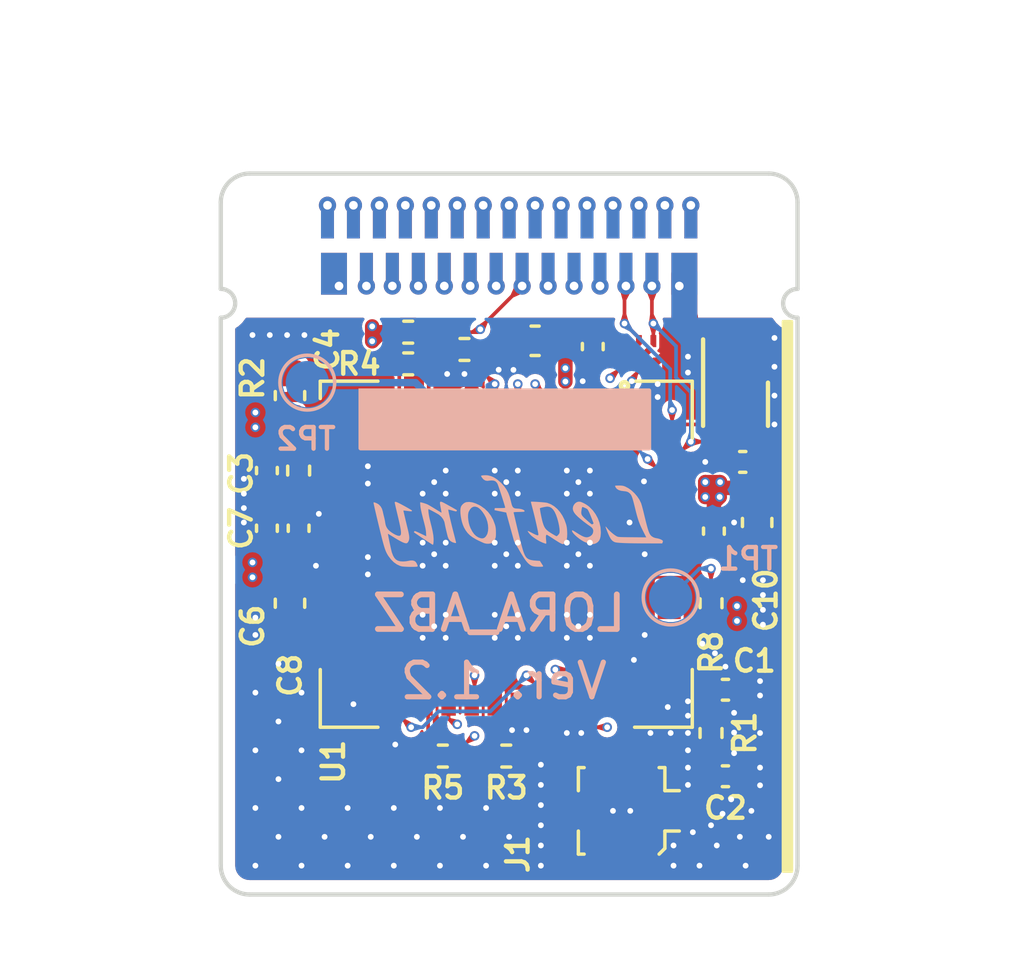
<source format=kicad_pcb>
(kicad_pcb (version 20240108) (generator "pcbnew") (generator_version "8.0")
  (title_block (title "Leafony AC07 LoRa Mary") (date "2024-04-25") (rev "v1.2") (company "Leafony Systems Inc."))
  (layers (0 "F.Cu" signal) (1 "In1.Cu" signal) (2 "In2.Cu" signal) (31 "B.Cu" signal) (34 "B.Paste" user) (35 "F.Paste" user) (36 "B.SilkS" user "B.Silkscreen") (37 "F.SilkS" user "F.Silkscreen") (38 "B.Mask" user) (39 "F.Mask" user) (44 "Edge.Cuts" user))
  (net 0 "")
  (net 1 "/SWDIO")
  (net 2 "unconnected-(CN1-VBUS-PadB3)")
  (net 3 "unconnected-(CN1-AREF-PadB4)")
  (net 4 "unconnected-(CN1-RESET-PadB5)")
  (net 5 "unconnected-(CN1-A0-PadB6)")
  (net 6 "unconnected-(CN1-D6-PadB7)")
  (net 7 "unconnected-(CN1-A1-PadB8)")
  (net 8 "unconnected-(CN1-D7-PadB9)")
  (net 9 "unconnected-(CN1-A2-PadB10)")
  (net 10 "unconnected-(CN1-D8-PadB11)")
  (net 11 "unconnected-(CN1-A3-PadB12)")
  (net 12 "unconnected-(CN1-D9-PadB13)")
  (net 13 "unconnected-(CN1-A4-PadB14)")
  (net 14 "unconnected-(CN1-A5-PadB16)")
  (net 15 "/LORA_BOOT0")
  (net 16 "unconnected-(CN1-D0-PadB18)")
  (net 17 "unconnected-(CN1-D1-PadB20)")
  (net 18 "unconnected-(CN1-D2-PadB22)")
  (net 19 "/SDA")
  (net 20 "/LORA_SSN")
  (net 21 "/LORA_MISO")
  (net 22 "/LORA_MOSI")
  (net 23 "/LORA_SCK")
  (net 24 "unconnected-(CN1-D3-PadB24)")
  (net 25 "/SWCLK")
  (net 26 "GND")
  (net 27 "+3V3")
  (net 28 "Net-(U1-VDD_USB)")
  (net 29 "/SCL")
  (net 30 "Net-(J1-In)")
  (net 31 "Net-(U1-PA5{slash}ADC5{slash}DAC2)")
  (net 32 "Net-(U1-TCXO_OUT)")
  (net 33 "Net-(U1-PH0{slash}OSC_IN)")
  (net 36 "unconnected-(CN1-D4-PadB26)")
  (net 40 "/LORA_RF_IRQ")
  (net 41 "Net-(U1-PB14{slash}SPI2_MISO)")
  (net 42 "/LORA_NRES")
  (net 48 "Net-(U1-ANT)")
  (net 54 "Net-(U1-PB6{slash}LPTIM1_ETR)")
  (net 62 "Net-(U1-SX1276_DIO4)")
  (footprint "Capacitor_SMD:C_0603_1608Metric" (layer "F.Cu") (at 27.4 39.9 -90)
    (property "Reference" "C8")
    (property "Value" "10u")
  )
  (footprint "Capacitor_SMD:C_0402_1005Metric" (layer "F.Cu") (at 42.5 45.9)
    (property "Reference" "C2")
    (property "Value" "DNP")
  )
  (footprint "Capacitor_SMD:C_0603_1608Metric" (layer "F.Cu") (at 43.6 37.1 -90)
    (property "Reference" "C10")
    (property "Value" "10u")
  )
  (footprint "Resistor_SMD:R_0402_1005Metric" (layer "F.Cu") (at 27.7 35.3 90)
    (property "Reference" "R2")
    (property "Value" "0R")
  )
  (footprint "Resistor_SMD:R_0402_1005Metric" (layer "F.Cu") (at 33.45 31.1)
    (property "Reference" "R9" (hide yes))
    (property "Value" "1M")
  )
  (footprint "Capacitor_SMD:C_0402_1005Metric" (layer "F.Cu") (at 42.1 37.4 -90)
    (property "Reference" "C5" (hide yes))
    (property "Value" "1u")
  )
  (footprint "Capacitor_SMD:C_0402_1005Metric" (layer "F.Cu") (at 26.6 37.3 90)
    (property "Reference" "C7")
    (property "Value" "1u")
  )
  (footprint "Resistor_SMD:R_0402_1005Metric" (layer "F.Cu") (at 31.5 31.6)
    (property "Reference" "R4")
    (property "Value" "0R")
  )
  (footprint "Capacitor_SMD:C_0402_1005Metric" (layer "F.Cu") (at 42.5 42.9)
    (property "Reference" "C1")
    (property "Value" "DNP")
  )
  (footprint "Capacitor_SMD:C_0603_1608Metric" (layer "F.Cu") (at 27.4 32.7 90)
    (property "Reference" "C4")
    (property "Value" "10u")
  )
  (footprint "Connector_Coaxial:U.FL_Molex_MCRF_73412-0110_Vertical" (layer "F.Cu") (at 38.9 47.1 90)
    (property "Reference" "J1")
    (property "Value" "Conn_Coaxial")
  )
  (footprint "Leafony:X2SON8_DTM_TEX" (layer "F.Cu") (at 39.5 31.2 90)
    (property "Reference" "U3" (hide yes))
    (property "Value" "TCA9536ADTMR")
  )
  (footprint "Package_DFN_QFN:DFN-8-1EP_3x2mm_P0.5mm_EP1.3x1.5mm" (layer "F.Cu") (at 42.85 32.25 -90)
    (property "Reference" "U2" (hide yes))
    (property "Value" "ATECC608A-MAHDA")
  )
  (footprint "Resistor_SMD:R_0402_1005Metric" (layer "F.Cu") (at 42 44.4 -90)
    (property "Reference" "R1")
    (property "Value" "0R")
  )
  (footprint "Capacitor_SMD:C_0402_1005Metric" (layer "F.Cu") (at 26.6 35.3 -90)
    (property "Reference" "C3")
    (property "Value" "100n")
  )
  (footprint "Leafony:CN_F29_B29" (layer "F.Cu") (at 28.925 28.475)
    (property "Reference" "CN1" (hide yes))
    (property "Value" "Leafony Bus")
  )
  (footprint "Resistor_SMD:R_0402_1005Metric" (layer "F.Cu") (at 34.9 45.2)
    (property "Reference" "R3")
    (property "Value" "0R")
  )
  (footprint "Resistor_SMD:R_0402_1005Metric" (layer "F.Cu") (at 42 39.9 -90)
    (property "Reference" "R8")
    (property "Value" "1M")
  )
  (footprint "Capacitor_SMD:C_0402_1005Metric" (layer "F.Cu") (at 37.9 31 -90)
    (property "Reference" "C11" (hide yes))
    (property "Value" "100n")
  )
  (footprint "Capacitor_SMD:C_0402_1005Metric" (layer "F.Cu") (at 43.1 35 180)
    (property "Reference" "C9" (hide yes))
    (property "Value" "100n")
  )
  (footprint "Resistor_SMD:R_0402_1005Metric" (layer "F.Cu") (at 32.7 45.2 180)
    (property "Reference" "R5")
    (property "Value" "DNP")
  )
  (footprint "RF_Module:CMWX1ZZABZ" (layer "F.Cu") (at 34.9 38.2)
    (property "Reference" "U1")
    (property "Value" "CMWX1ZZABZ-091")
  )
  (footprint "Capacitor_SMD:C_0402_1005Metric" (layer "F.Cu") (at 27.7 37.3 90)
    (property "Reference" "C6")
    (property "Value" "100n")
  )
  (footprint "Resistor_SMD:R_0402_1005Metric" (layer "F.Cu") (at 31.5 30.5 180)
    (property "Reference" "R6" (hide yes))
    (property "Value" "1M")
  )
  (footprint "Capacitor_SMD:C_0603_1608Metric" (layer "F.Cu") (at 35.9 30.8 180)
    (property "Reference" "C12" (hide yes))
    (property "Value" "10u")
  )
  (footprint "TestPoint:TestPoint_Pad_D1.5mm" (layer "B.Cu") (at 28 32.25 180)
    (property "Reference" "TP2")
    (property "Value" "TestPoint")
  )
  (footprint "Leafony:LEAFONY_LOGO" (layer "B.Cu") (at 34.95 37.112928 180)
    (property "Reference" "LOGO1" (hide yes))
    (property "Value" "LOGO" (hide yes))
  )
  (footprint "TestPoint:TestPoint_Pad_D1.5mm" (layer "B.Cu") (at 40.6 39.7 180)
    (property "Reference" "TP1")
    (property "Value" "TestPoint")
  )
  (gr_rect (start 29.85 32.525) (end 39.85 34.525) (stroke (width 0.15)) (fill solid) (layer "B.SilkS"))
  (gr_poly (pts (xy 44.8 30.125) (xy 44.5 30.125) (xy 44.5 49.2) (xy 44.8 49.2)) (stroke (width 0.1)) (fill solid) (layer "F.SilkS"))
  (gr_arc (start 25 29) (mid 25.5 29.5) (end 25 30) (stroke (width 0.15)) (layer "Edge.Cuts"))
  (gr_line (start 45 26) (end 45 29) (stroke (width 0.15)) (layer "Edge.Cuts"))
  (gr_arc (start 45 30) (mid 44.5 29.5) (end 45 29) (stroke (width 0.15)) (layer "Edge.Cuts"))
  (gr_line (start 25 30) (end 25 49) (stroke (width 0.15)) (layer "Edge.Cuts"))
  (gr_arc (start 26 50) (mid 25.292893 49.707107) (end 25 49) (stroke (width 0.15)) (layer "Edge.Cuts"))
  (gr_line (start 45 30) (end 45 49) (stroke (width 0.15)) (layer "Edge.Cuts"))
  (gr_arc (start 45 49) (mid 44.707107 49.707107) (end 44 50) (stroke (width 0.15)) (layer "Edge.Cuts"))
  (gr_line (start 44 50) (end 26 50) (stroke (width 0.15)) (layer "Edge.Cuts"))
  (gr_arc (start 44 25) (mid 44.707107 25.292893) (end 45 26) (stroke (width 0.15)) (layer "Edge.Cuts"))
  (gr_arc (start 25 26) (mid 25.292893 25.292893) (end 26 25) (stroke (width 0.15)) (layer "Edge.Cuts"))
  (gr_line (start 25 26) (end 25 29) (stroke (width 0.15)) (layer "Edge.Cuts"))
  (gr_line (start 26 25) (end 44 25) (stroke (width 0.15)) (layer "Edge.Cuts"))
  (gr_text "Ver. 1.2" (at 38.5 43.3 0) (layer "B.SilkS") (effects (font (size 1.2 1.2) (thickness 0.18)) (justify left bottom mirror)))
  (gr_text "LORA_ABZ" (at 39.15 40.95 0) (layer "B.SilkS") (effects (font (size 1.2 1.2) (thickness 0.2)) (justify left bottom mirror)))
  (segment (start 36.1 32.5) (end 36.1 33) (width 0.127) (layer "F.Cu") (net 1))
  (segment (start 35.9 32.3) (end 36.1 32.5) (width 0.127) (layer "F.Cu") (net 1))
  (via (at 28.7 26.1) (size 0.5) (drill 0.3) (layers "F.Cu" "B.Cu") (net 1))
  (via (at 35.9 32.3) (size 0.33) (drill 0.2) (layers "F.Cu" "B.Cu") (net 1))
  (via (at 30.05 28.9) (size 0.5) (drill 0.3) (layers "F.Cu" "B.Cu") (net 2))
  (via (at 29.6 26.1) (size 0.5) (drill 0.3) (layers "F.Cu" "B.Cu") (net 3))
  (via (at 30.95 28.9) (size 0.5) (drill 0.3) (layers "F.Cu" "B.Cu") (net 4))
  (via (at 30.5 26.1) (size 0.5) (drill 0.3) (layers "F.Cu" "B.Cu") (net 5))
  (via (at 31.85 28.9) (size 0.5) (drill 0.3) (layers "F.Cu" "B.Cu") (net 6))
  (via (at 31.4 26.1) (size 0.5) (drill 0.3) (layers "F.Cu" "B.Cu") (net 7))
  (via (at 32.75 28.9) (size 0.5) (drill 0.3) (layers "F.Cu" "B.Cu") (net 8))
  (via (at 32.3 26.1) (size 0.5) (drill 0.3) (layers "F.Cu" "B.Cu") (net 9))
  (via (at 33.65 28.9) (size 0.5) (drill 0.3) (layers "F.Cu" "B.Cu") (net 10))
  (via (at 33.2 26.1) (size 0.5) (drill 0.3) (layers "F.Cu" "B.Cu") (net 11))
  (via (at 34.55 28.9) (size 0.5) (drill 0.3) (layers "F.Cu" "B.Cu") (net 12))
  (via (at 34.1 26.1) (size 0.5) (drill 0.3) (layers "F.Cu" "B.Cu") (net 13))
  (via (at 35 26.1) (size 0.5) (drill 0.3) (layers "F.Cu" "B.Cu") (net 14))
  (segment (start 33.95 31.75) (end 34.5 32.3) (width 0.127) (layer "F.Cu") (net 15))
  (segment (start 38.95296 31.64704) (end 38.5 32.1) (width 0.127) (layer "F.Cu") (net 15))
  (segment (start 38.99962 31.64704) (end 38.95296 31.64704) (width 0.127) (layer "F.Cu") (net 15))
  (segment (start 34.5 32.3) (end 34.5 33) (width 0.127) (layer "F.Cu") (net 15))
  (segment (start 33.96 31.1) (end 33.95 31.11) (width 0.127) (layer "F.Cu") (net 15))
  (segment (start 33.95 31.11) (end 33.95 31.75) (width 0.127) (layer "F.Cu") (net 15))
  (via (at 34.5 32.3) (size 0.33) (drill 0.2) (layers "F.Cu" "B.Cu") (net 15))
  (via (at 38.5 32.1) (size 0.33) (drill 0.2) (layers "F.Cu" "B.Cu") (net 15))
  (segment (start 28 32.25) (end 31.75 32.25) (width 0.254) (layer "B.Cu") (net 15))
  (segment (start 34.18 32.62) (end 34.5 32.3) (width 0.254) (layer "B.Cu") (net 15))
  (segment (start 31.75 32.25) (end 32.12 32.62) (width 0.254) (layer "B.Cu") (net 15))
  (segment (start 32.12 32.62) (end 34.18 32.62) (width 0.254) (layer "B.Cu") (net 15))
  (via (at 35.9 26.1) (size 0.5) (drill 0.3) (layers "F.Cu" "B.Cu") (net 16))
  (via (at 36.8 26.1) (size 0.5) (drill 0.3) (layers "F.Cu" "B.Cu") (net 17))
  (via (at 37.7 26.1) (size 0.5) (drill 0.3) (layers "F.Cu" "B.Cu") (net 18))
  (segment (start 39.5 30.75296) (end 39.5 30.7) (width 0.127) (layer "F.Cu") (net 19))
  (segment (start 39 30.2) (end 39 28.95) (width 0.127) (layer "F.Cu") (net 19))
  (segment (start 40.65 33.7) (end 40.55 33.8) (width 0.127) (layer "F.Cu") (net 19))
  (segment (start 42.1 33.7) (end 40.65 33.7) (width 0.127) (layer "F.Cu") (net 19))
  (segment (start 39 28.95) (end 39.05 28.9) (width 0.127) (layer "F.Cu") (net 19))
  (segment (start 40.65 33.2) (end 40.65 33.7) (width 0.127) (layer "F.Cu") (net 19))
  (segment (start 39.5 30.7) (end 39 30.2) (width 0.127) (layer "F.Cu") (net 19))
  (via (at 39.05 28.9) (size 0.5) (drill 0.3) (layers "F.Cu" "B.Cu") (net 19))
  (via (at 39 30.2) (size 0.33) (drill 0.2) (layers "F.Cu" "B.Cu") (net 19))
  (via (at 40.65 33.2) (size 0.33) (drill 0.2) (layers "F.Cu" "B.Cu") (net 19))
  (segment (start 40.5833 31.7833) (end 39 30.2) (width 0.127) (layer "B.Cu") (net 19))
  (segment (start 40.65 33.2) (end 40.5833 33.1333) (width 0.127) (layer "B.Cu") (net 19))
  (segment (start 40.5833 33.1333) (end 40.5833 31.7833) (width 0.127) (layer "B.Cu") (net 19))
  (segment (start 33.8 42.4) (end 33.8 42.8) (width 0.127) (layer "F.Cu") (net 20))
  (segment (start 33.7 42.9) (end 33.7 43.4) (width 0.127) (layer "F.Cu") (net 20))
  (segment (start 33.9 30.5) (end 34 30.4) (width 0.127) (layer "F.Cu") (net 20))
  (segment (start 33.8 42.8) (end 33.7 42.9) (width 0.127) (layer "F.Cu") (net 20))
  (segment (start 34 30.35) (end 35.45 28.9) (width 0.127) (layer "F.Cu") (net 20))
  (segment (start 32.01 30.5) (end 33.9 30.5) (width 0.127) (layer "F.Cu") (net 20))
  (segment (start 34 30.4) (end 34 30.35) (width 0.127) (layer "F.Cu") (net 20))
  (via (at 33.8 42.4) (size 0.33) (drill 0.2) (layers "F.Cu" "B.Cu") (net 20))
  (via (at 34 30.4) (size 0.33) (drill 0.2) (layers "F.Cu" "B.Cu") (net 20))
  (via (at 35.45 28.9) (size 0.5) (drill 0.3) (layers "F.Cu" "B.Cu") (net 20))
  (segment (start 38.25 42.2) (end 39.3 43.25) (width 0.127) (layer "F.Cu") (net 21))
  (segment (start 33.8 44.5) (end 33.755 44.5) (width 0.127) (layer "F.Cu") (net 21))
  (segment (start 39.3 43.25) (end 39.3 43.4) (width 0.127) (layer "F.Cu") (net 21))
  (segment (start 33.755 44.5) (end 33.355 44.9) (width 0.127) (layer "F.Cu") (net 21))
  (segment (start 36.6 42.2) (end 38.25 42.2) (width 0.127) (layer "F.Cu") (net 21))
  (via (at 37.25 28.9) (size 0.5) (drill 0.3) (layers "F.Cu" "B.Cu") (net 21))
  (via (at 33.8 44.5) (size 0.33) (drill 0.2) (layers "F.Cu" "B.Cu") (net 21))
  (via (at 36.6 42.2) (size 0.33) (drill 0.2) (layers "F.Cu" "B.Cu") (net 21))
  (segment (start 31.3 43.9) (end 31.3 43.4) (width 0.127) (layer "F.Cu") (net 22))
  (segment (start 31.6 44.2) (end 31.3 43.9) (width 0.127) (layer "F.Cu") (net 22))
  (segment (start 38.1 42.7) (end 38.5 43.1) (width 0.127) (layer "F.Cu") (net 22))
  (segment (start 36.5 29.05) (end 36.35 28.9) (width 0.127) (layer "F.Cu") (net 22))
  (segment (start 35.6 42.4) (end 35.9 42.7) (width 0.127) (layer "F.Cu") (net 22))
  (segment (start 35.9 42.7) (end 38.1 42.7) (width 0.127) (layer "F.Cu") (net 22))
  (segment (start 38.5 43.1) (end 38.5 43.4) (width 0.127) (layer "F.Cu") (net 22))
  (via (at 36.35 28.9) (size 0.5) (drill 0.3) (layers "F.Cu" "B.Cu") (net 22))
  (via (at 31.6 44.2) (size 0.33) (drill 0.2) (layers "F.Cu" "B.Cu") (net 22))
  (via (at 35.6 42.4) (size 0.33) (drill 0.2) (layers "F.Cu" "B.Cu") (net 22))
  (segment (start 35.6 42.4) (end 34.35 43.65) (width 0.127) (layer "B.Cu") (net 22))
  (segment (start 32 44.2) (end 31.6 44.2) (width 0.127) (layer "B.Cu") (net 22))
  (segment (start 32.55 43.65) (end 32 44.2) (width 0.127) (layer "B.Cu") (net 22))
  (segment (start 34.35 43.65) (end 32.55 43.65) (width 0.127) (layer "B.Cu") (net 22))
  (segment (start 32.9 43.9) (end 32.9 43.4) (width 0.127) (layer "F.Cu") (net 23))
  (segment (start 33.2 44.1) (end 33.1 44.1) (width 0.127) (layer "F.Cu") (net 23))
  (segment (start 33.1 44.1) (end 32.9 43.9) (width 0.127) (layer "F.Cu") (net 23))
  (via (at 33.2 44.1) (size 0.33) (drill 0.2) (layers "F.Cu" "B.Cu") (net 23))
  (via (at 38.15 28.9) (size 0.5) (drill 0.3) (layers "F.Cu" "B.Cu") (net 23))
  (via (at 38.6 26.1) (size 0.5) (drill 0.3) (layers "F.Cu" "B.Cu") (net 24))
  (segment (start 35.3 32.3) (end 35.3 33) (width 0.127) (layer "F.Cu") (net 25))
  (via (at 41.3 26.1) (size 0.5) (drill 0.3) (layers "F.Cu" "B.Cu") (net 25))
  (via (at 35.3 32.3) (size 0.33) (drill 0.2) (layers "F.Cu" "B.Cu") (net 25))
  (segment (start 32.4 38.2) (end 38.7 38.2) (width 0.5) (layer "F.Cu") (net 26))
  (segment (start 42.62 35) (end 41.8 35) (width 0.5) (layer "F.Cu") (net 26))
  (segment (start 38.9 48.575) (end 38.9 47.7) (width 0.5) (layer "F.Cu") (net 26))
  (segment (start 37.954 32.316632) (end 38.5 32.862632) (width 0.254) (layer "F.Cu") (net 26))
  (segment (start 38.5 32.862632) (end 38.5 33) (width 0.254) (layer "F.Cu") (net 26))
  (segment (start 27.7 36.82) (end 28.28 36.82) (width 0.5) (layer "F.Cu") (net 26))
  (segment (start 37.525 45.625) (end 37.5 45.6) (width 0.5) (layer "F.Cu") (net 26))
  (segment (start 37.4 34.35) (end 37.4 41.7) (width 0.5) (layer "F.Cu") (net 26))
  (segment (start 38.9 45.625) (end 38.9 44.7) (width 0.5) (layer "F.Cu") (net 26))
  (segment (start 32.4 35.7) (end 32.4 42.2) (width 0.5) (layer "F.Cu") (net 26))
  (segment (start 32.4 35.7) (end 38.7 35.7) (width 0.5) (layer "F.Cu") (net 26))
  (segment (start 26 36.8) (end 26.02 36.82) (width 0.5) (layer "F.Cu") (net 26))
  (segment (start 26.525 31.925) (end 26.5 31.9) (width 0.5) (layer "F.Cu") (net 26))
  (segment (start 27.7 36.82) (end 26.6 36.82) (width 0.5) (layer "F.Cu") (net 26))
  (segment (start 38.9 45.625) (end 37.525 45.625) (width 0.5) (layer "F.Cu") (net 26))
  (segment (start 32.4 40.7) (end 31 40.7) (width 0.5) (layer "F.Cu") (net 26))
  (segment (start 42.1 37.88) (end 43.595 37.88) (width 0.5) (layer "F.Cu") (net 26))
  (segment (start 26.6 36.82) (end 26.02 36.82) (width 0.5) (layer "F.Cu") (net 26))
  (segment (start 32.4 40.7) (end 38.7 40.7) (width 0.5) (layer "F.Cu") (net 26))
  (segment (start 28.28 36.82) (end 28.3 36.8) (width 0.5) (layer "F.Cu") (net 26))
  (segment (start 38.5 33) (end 38.5 33.7) (width 0.5) (layer "F.Cu") (net 26))
  (segment (start 40.275 45.625) (end 40.3 45.6) (width 0.5) (layer "F.Cu") (net 26))
  (segment (start 26.1 35.8) (end 26.12 35.78) (width 0.5) (layer "F.Cu") (net 26))
  (segment (start 34.9 35.65) (end 34.9 34.35) (width 0.5) (layer "F.Cu") (net 26))
  (segment (start 42.98 42.9) (end 43.5 42.9) (width 0.5) (layer "F.Cu") (net 26))
  (segment (start 43.4 45.9) (end 43.7 45.6) (width 0.5) (layer "F.Cu") (net 26))
  (segment (start 43.595 37.88) (end 43.6 37.875) (width 0.5) (layer "F.Cu") (net 26))
  (segment (start 37.954 31.534) (end 37.954 32.316632) (width 0.254) (layer "F.Cu") (net 26))
  (segment (start 42.85 32.25) (end 41.85 32.25) (width 0.5) (layer "F.Cu") (net 26))
  (segment (start 34.9 35.65) (end 34.9 42.15) (width 0.5) (layer "F.Cu") (net 26))
  (segment (start 38.9 45.625) (end 40.275 45.625) (width 0.5) (layer "F.Cu") (net 26))
  (segment (start 27.4 31.925) (end 26.525 31.925) (width 0.5) (layer "F.Cu") (net 26))
  (segment (start 41.9 30.8) (end 41.5 30.8) (width 0.5) (layer "F.Cu") (net 26))
  (segment (start 41.075 29.975) (end 41.1 30) (width 0.9) (layer "F.Cu") (net 26))
  (segment (start 40.00038 31.64704) (end 41.1 30.54742) (width 0.254) (layer "F.Cu") (net 26))
  (segment (start 43.5 42.9) (end 43.7 43.1) (width 0.5) (layer "F.Cu") (net 26))
  (segment (start 37.4 47.1) (end 36.6 47.1) (width 0.5) (layer "F.Cu") (net 26))
  (segment (start 37.4 47.1) (end 38.2 47.1) (width 0.5) (layer "F.Cu") (net 26))
  (segment (start 38.9 45.625) (end 38.9 46.4) (width 0.5) (layer "F.Cu") (net 26))
  (segment (start 41.075 28.475) (end 41.075 29.975) (width 0.9) (layer "F.Cu") (net 26))
  (segment (start 41.1 30.54742) (end 41.1 30) (width 0.254) (layer "F.Cu") (net 26))
  (segment (start 32.4 35.7) (end 31 35.7) (width 0.5) (layer "F.Cu") (net 26))
  (segment (start 37.3 48.6) (end 37.325 48.575) (width 0.5) (layer "F.Cu") (net 26))
  (segment (start 27.4 31.925) (end 28.275 31.925) (width 0.5) (layer "F.Cu") (net 26))
  (segment (start 38.9 48.575) (end 38.9 49.2) (width 0.5) (layer "F.Cu") (net 26))
  (segment (start 32.4 38.2) (end 31 38.2) (width 0.5) (layer "F.Cu") (net 26))
  (segment (start 43.6 37.875) (end 43.6 38.6) (width 0.5) (layer "F.Cu") (net 26))
  (segment (start 42.98 45.9) (end 43.4 45.9) (width 0.5) (layer "F.Cu") (net 26))
  (segment (start 37.9 31.48) (end 37.954 31.534) (width 0.254) (layer "F.Cu") (net 26))
  (segment (start 28.3 31.9) (end 28.275 31.925) (width 0.5) (layer "F.Cu") (net 26))
  (segment (start 35.125 30.8) (end 35.125 31.676304) (width 0.5) (layer "F.Cu") (net 26))
  (segment (start 41.85 32.25) (end 41.8 32.2) (width 0.5) (layer "F.Cu") (net 26))
  (segment (start 26.6 35.78) (end 26.12 35.78) (width 0.5) (layer "F.Cu") (net 26))
  (segment (start 40.55 42.6) (end 40 42.6) (width 0.5) (layer "F.Cu") (net 26))
  (segment (start 27.4 40.675) (end 26.575 40.675) (width 0.5) (layer "F.Cu") (net 26))
  (segment (start 38.9 48.575) (end 40.275 48.575) (width 0.5) (layer "F.Cu") (net 26))
  (segment (start 32.4 35.7) (end 32.4 34.4) (width 0.5) (layer "F.Cu") (net 26))
  (segment (start 38.9 48.575) (end 37.325 48.575) (width 0.5) (layer "F.Cu") (net 26))
  (segment (start 33.7 33) (end 33.7 32.5) (width 0.5) (layer "F.Cu") (net 26))
  (segment (start 35.125 31.676304) (end 35.148696 31.7) (width 0.5) (layer "F.Cu") (net 26))
  (segment (start 40.3 48.6) (end 40.275 48.575) (width 0.5) (layer "F.Cu") (net 26))
  (via (at 41.2 45.6) (size 0.33) (drill 0.2) (layers "F.Cu" "B.Cu") (net 26))
  (via (at 37 38.6) (size 0.33) (drill 0.2) (layers "F.Cu" "B.Cu") (net 26))
  (via (at 35.3 35.3) (size 0.33) (drill 0.2) (layers "F.Cu" "B.Cu") (net 26))
  (via (at 34.5 41.1) (size 0.33) (drill 0.2) (layers "F.Cu" "B.Cu") (net 26))
  (via (at 43.4 47.1) (size 0.33) (drill 0.2) (layers "F.Cu" "B.Cu") (net 26))
  (via (at 43.8 40.129006) (size 0.33) (drill 0.2) (layers "F.Cu" "B.Cu") (net 26))
  (via (at 37.8 41.1) (size 0.33) (drill 0.2) (layers "F.Cu" "B.Cu") (net 26))
  (via (at 36.1 48.3) (size 0.33) (drill 0.2) (layers "F.Cu" "B.Cu") (net 26))
  (via (at 32 40.3) (size 0.33) (drill 0.2) (layers "F.Cu" "B.Cu") (net 26))
  (via (at 26.2 41) (size 0.33) (drill 0.2) (layers "F.Cu" "B.Cu") (net 26))
  (via (at 41.369907 47.839815) (size 0.33) (drill 0.2) (layers "F.Cu" "B.Cu") (net 26))
  (via (at 36.1 46.2) (size 0.33) (drill 0.2) (layers "F.Cu" "B.Cu") (net 26))
  (via (at 44.2 30.7) (size 0.33) (drill 0.2) (layers "F.Cu" "B.Cu") (net 26))
  (via (at 35.148696 31.808248) (size 0.33) (drill 0.2) (layers "F.Cu" "B.Cu") (net 26))
  (via (at 34.9 38.2) (size 0.33) (drill 0.2) (layers "F.Cu" "B.Cu") (net 26))
  (via (at 44.2 32.7) (size 0.33) (drill 0.2) (layers "F.Cu" "B.Cu") (net 26))
  (via (at 39.3256 41.8656) (size 0.33) (drill 0.2) (layers "F.Cu" "B.Cu") (net 26))
  (via (at 34.5 35.3) (size 0.33) (drill 0.2) (layers "F.Cu" "B.Cu") (net 26))
  (via (at 43.7 44.4) (size 0.33) (drill 0.2) (layers "F.Cu" "B.Cu") (net 26))
  (via (at 31.05 44.8) (size 0.33) (drill 0.2) (layers "F.Cu" "B.Cu") (net 26))
  (via (at 31 47) (size 0.33) (drill 0.2) (layers "F.Cu" "B.Cu") (net 26))
  (via (at 29.4 49) (size 0.33) (drill 0.2) (layers "F.Cu" "B.Cu") (net 26))
  (via (at 25.8 36.1) (size 0.33) (drill 0.2) (layers "F.Cu" "B.Cu") (net 26))
  (via (at 26.2 47) (size 0.33) (drill 0.2) (layers "F.Cu" "B.Cu") (net 26))
  (via (at 37 41.1) (size 0.33) (drill 0.2) (layers "F.Cu" "B.Cu") (net 26))
  (via (at 35.1 44.3) (size 0.33) (drill 0.2) (layers "F.Cu" "B.Cu") (net 26))
  (via (at 41.2 44.4) (size 0.33) (drill 0.2) (layers "F.Cu" "B.Cu") (net 26))
  (via (at 32.8 38.6) (size 0.33) (drill 0.2) (layers "F.Cu" "B.Cu") (net 26))
  (via (at 26.1 30.6) (size 0.33) (drill 0.2) (layers "F.Cu" "B.Cu") (net 26))
  (via (at 32.8 35.3) (size 0.33) (drill 0.2) (layers "F.Cu" "B.Cu") (net 26))
  (via (at 43.7 42.6) (size 0.33) (drill 0.2) (layers "F.Cu" "B.Cu") (net 26))
  (via (at 43 48) (size 0.33) (drill 0.2) (layers "F.Cu" "B.Cu") (net 26))
  (via (at 30.1 35.15) (size 0.33) (drill 0.2) (layers "F.Cu" "B.Cu") (net 26))
  (via (at 35.3 36.1) (size 0.33) (drill 0.2) (layers "F.Cu" "B.Cu") (net 26))
  (via (at 41.2 31.9) (size 0.33) (drill 0.2) (layers "F.Cu" "B.Cu") (net 26))
  (via (at 32.8 40.3) (size 0.33) (drill 0.2) (layers "F.Cu" "B.Cu") (net 26))
  (via (at 36.1 45.5) (size 0.33) (drill 0.2) (layers "F.Cu" "B.Cu") (net 26))
  (via (at 37.4 38.2) (size 0.33) (drill 0.2) (layers "F.Cu" "B.Cu") (net 26))
  (via (at 34.9 40.7) (size 0.33) (drill 0.2) (layers "F.Cu" "B.Cu") (net 26))
  (via (at 34.2 49) (size 0.33) (drill 0.2) (layers "F.Cu" "B.Cu") (net 26))
  (via (at 34.636546 31.803948) (size 0.33) (drill 0.2) (layers "F.Cu" "B.Cu") (net 26))
  (via (at 37.8 40.3) (size 0.33) (drill 0.2) (layers "F.Cu" "B.Cu") (net 26))
  (via (at 43.8 39.614503) (size 0.33) (drill 0.2) (layers "F.Cu" "B.Cu") (net 26))
  (via (at 27 44) (size 0.33) (drill 0.2) (layers "F.Cu" "B.Cu") (net 26))
  (via (at 40.7 49) (size 0.33) (drill 0.2) (layers "F.Cu" "B.Cu") (net 26))
  (via (at 35.3 37.8) (size 0.33) (drill 0.2) (layers "F.Cu" "B.Cu") (net 26))
  (via (at 39.7 41) (size 0.33) (drill 0.2) (layers "F.Cu" "B.Cu") (net 26))
  (via (at 41.8 35) (size 0.33) (drill 0.2) (layers "F.Cu" "B.Cu") (net 26))
  (via (at 27 42) (size 0.33) (drill 0.2) (layers "F.Cu" "B.Cu") (net 26))
  (via (at 37 35.3) (size 0.33) (drill 0.2) (layers "F.Cu" "B.Cu") (net 26))
  (via (at 29.6 43.4) (size 0.33) (drill 0.2) (layers "F.Cu" "B.Cu") (net 26))
  (via (at 32.8 41.1) (size 0.33) (drill 0.2) (layers "F.Cu" "B.Cu") (net 26))
  (via (at 41.2 46.2) (size 0.33) (drill 0.2) (layers "F.Cu" "B.Cu") (net 26))
  (via (at 36.1 47.6) (size 0.33) (drill 0.2) (layers "F.Cu" "B.Cu") (net 26))
  (via (at 44.2 31.7) (size 0.33) (drill 0.2) (layers "F.Cu" "B.Cu") (net 26))
  (via (at 41.2 43.3) (size 0.33) (drill 0.2) (layers "F.Cu" "B.Cu") (net 26))
  (via (at 44.2 33.7) (size 0.33) (drill 0.2) (layers "F.Cu" "B.Cu") (net 26))
  (via (at 39.9 44.4) (size 0.33) (drill 0.2) (layers "F.Cu" "B.Cu") (net 26))
  (via (at 27.8 47) (size 0.33) (drill 0.2) (layers "F.Cu" "B.Cu") (net 26))
  (via (at 40.7 48.3) (size 0.33) (drill 0.2) (layers "F.Cu" "B.Cu") (net 26))
  (via (at 27.8 45) (size 0.33) (drill 0.2) (layers "F.Cu" "B.Cu") (net 26))
  (via (at 40.5 43.5) (size 0.33) (drill 0.2) (layers "F.Cu" "B.Cu") (net 26))
  (via (at 42.136192 41.636192) (size 0.33) (drill 0.2) (layers "F.Cu" "B.Cu") (net 26))
  (via (at 37 40.3) (size 0.33) (drill 0.2) (layers "F.Cu" "B.Cu") (net 26))
  (via (at 35 48) (size 0.33) (drill 0.2) (layers "F.Cu" "B.Cu") (net 26))
  (via (at 34.9 35.7) (size 0.33) (drill 0.2) (layers "F.Cu" "B.Cu") (net 26))
  (via (at 38.6 47.1) (size 0.33) (drill 0.2) (layers "F.Cu" "B.Cu") (net 26))
  (via (at 42.4 47.2) (size 0.33) (drill 0.2) (layers "F.Cu" "B.Cu") (net 26))
  (via (at 39.675 35.675) (size 0.33) (drill 0.2) (layers "F.Cu" "B.Cu") (net 26))
  (via (at 30.2 48) (size 0.33) (drill 0.2) (layers "F.Cu" "B.Cu") (net 26))
  (via (at 32.4 40.7) (size 0.33) (drill 0.2) (layers "F.Cu" "B.Cu") (net 26))
  (via (at 42 47.6) (size 0.33) (drill 0.2) (layers "F.Cu" "B.Cu") (net 26))
  (via (at 30.1 38.9) (size 0.33) (drill 0.2) (layers "F.Cu" "B.Cu") (net 26))
  (via (at 32 37.8) (size 0.33) (drill 0.2) (layers "F.Cu" "B.Cu") (net 26))
  (via (at 42.8 44.385497) (size 0.33) (drill 0.2) (layers "F.Cu" "B.Cu") (net 26))
  (via (at 37.55 32.2) (size 0.33) (drill 0.2) (layers "F.Cu" "B.Cu") (net 26))
  (via (at 41.2 31.35) (size 0.33) (drill 0.2) (layers "F.Cu" "B.Cu") (net 26))
  (via (at 28.6 48) (size 0.33) (drill 0.2) (layers "F.Cu" "B.Cu") (net 26))
  (via (at 26.2 43) (size 0.33) (drill 0.2) (layers "F.Cu" "B.Cu") (net 26))
  (via (at 32 38.6) (size 0.33) (drill 0.2) (layers "F.Cu" "B.Cu") (net 26))
  (via (at 32.4 35.7) (size 0.33) (drill 0.2) (layers "F.Cu" "B.Cu") (net 26))
  (via (at 26.7 30.6) (size 0.33) (drill 0.2) (layers "F.Cu" "B.Cu") (net 26))
  (via (at 32.4 38.2) (size 0.33) (drill 0.2) (layers "F.Cu" "B.Cu") (net 26))
  (via (at 37 36.1) (size 0.33) (drill 0.2) (layers "F.Cu" "B.Cu") (net 26))
  (via (at 27 46) (size 0.33) (drill 0.2) (layers "F.Cu" "B.Cu") (net 26))
  (via (at 40.6 44.4) (size 0.33) (drill 0.2) (layers "F.Cu" "B.Cu") (net 26))
  (via (at 27.9 30.6) (size 0.33) (drill 0.2) (layers "F.Cu" "B.Cu") (net 26))
  (via (at 27.8 49) (size 0.33) (drill 0.2) (layers "F.Cu" "B.Cu") (net 26))
  (via (at 32.8 36.1) (size 0.33) (drill 0.2) (layers "F.Cu" "B.Cu") (net 26))
  (via (at 43.7 46.214503) (size 0.33) (drill 0.2) (layers "F.Cu" "B.Cu") (net 26))
  (via (at 43.1 39.1) (size 0.33) (drill 0.2) (layers "F.Cu" "B.Cu") (net 26))
  (via (at 43.8 39.1) (size 0.33) (drill 0.2) (layers "F.Cu" "B.Cu") (net 26))
  (via (at 41.2 45) (size 0.33) (drill 0.2) (layers "F.Cu" "B.Cu") (net 26))
  (via (at 37.4 40.7) (size 0.33) (drill 0.2) (layers "F.Cu" "B.Cu") (net 26))
  (via (at 44 48) (size 0.33) (drill 0.2) (layers "F.Cu" "B.Cu") (net 26))
  (via (at 34.5 38.6) (size 0.33) (drill 0.2) (layers "F.Cu" "B.Cu") (net 26))
  (via (at 27 48) (size 0.33) (drill 0.2) (layers "F.Cu" "B.Cu") (net 26))
  (via (at 32.8 37.8) (size 0.33) (drill 0.2) (layers "F.Cu" "B.Cu") (net 26))
  (via (at 43.8 40.643509) (size 0.33) (drill 0.2) (layers "F.Cu" "B.Cu") (net 26))
  (via (at 32 36.1) (size 0.33) (drill 0.2) (layers "F.Cu" "B.Cu") (net 26))
  (via (at 43.2 49) (size 0.33) (drill 0.2) (layers "F.Cu" "B.Cu") (net 26))
  (via (at 42.5 42.1) (size 0.33) (drill 0.2) (layers "F.Cu" "B.Cu") (net 26))
  (via (at 41.6 49) (size 0.33) (drill 0.2) (layers "F.Cu" "B.Cu") (net 26))
  (via (at 29.4 47) (size 0.33) (drill 0.2) (layers "F.Cu" "B.Cu") (net 26))
  (via (at 43.7 43.1) (size 0.33) (drill 0.2) (layers "F.Cu" "B.Cu") (net 26))
  (via (at 37.5 44.4) (size 0.33) (drill 0.2) (layers "F.Cu" "B.Cu") (net 26))
  (via (at 28.3 38.6) (size 0.33) (drill 0.2) (layers "F.Cu" "B.Cu") (net 26))
  (via (at 34.5 40.3) (size 0.33) (drill 0.2) (layers "F.Cu" "B.Cu") (net 26))
  (via (at 37 44.4) (size 0.33) (drill 0.2) (layers "F.Cu" "B.Cu") (net 26))
  (via (at 42.7 46.7) (size 0.33) (drill 0.2) (layers "F.Cu" "B.Cu") (net 26))
  (via (at 41.7 41.3) (size 0.33) (drill 0.2) (layers "F.Cu" "B.Cu") (net 26))
  (via (at 32 41.1) (size 0.33) (drill 0.2) (layers "F.Cu" "B.Cu") (net 26))
  (via (at 26.2 49) (size 0.33) (drill 0.2) (layers "F.Cu" "B.Cu") (net 26))
  (via (at 40.9 28.9) (size 0.5) (drill 0.3) (layers "F.Cu" "B.Cu") (net 26))
  (via (at 30.1 38.3) (size 0.33) (drill 0.2) (layers "F.Cu" "B.Cu") (net 26))
  (via (at 32.6 47) (size 0.33) (drill 0.2) (layers "F.Cu" "B.Cu") (net 26))
  (via (at 30.1 35.75) (size 0.33) (drill 0.2) (layers "F.Cu" "B.Cu") (net 26))
  (via (at 35.3 40.3) (size 0.33) (drill 0.2) (layers "F.Cu" "B.Cu") (net 26))
  (via (at 37.8 38.6) (size 0.33) (drill 0.2) (layers "F.Cu" "B.Cu") (net 26))
  (via (at 42.8 37.1) (size 0.33) (drill 0.2) (layers "F.Cu" "B.Cu") (net 26))
  (via (at 35.6 44.3) (size 0.33) (drill 0.2) (layers "F.Cu" "B.Cu") (net 26))
  (via (at 42.8 43.7) (size 0.33) (drill 0.2) (layers "F.Cu" "B.Cu") (net 26))
  (via (at 27.3 30.6) (size 0.33) (drill 0.2) (layers "F.Cu" "B.Cu") (net 26))
  (via (at 39.7 38.2) (size 0.33) (drill 0.2) (layers "F.Cu" "B.Cu") (net 26))
  (via (at 31.8 48) (size 0.33) (drill 0.2) (layers "F.Cu" "B.Cu") (net 26))
  (via (at 35.3 38.6) (size 0.33) (drill 0.2) (layers "F.Cu" "B.Cu") (net 26))
  (via (at 36.1 46.9) (size 0.33) (drill 0.2) (layers "F.Cu" "B.Cu") (net 26))
  (via (at 40.15 32.3) (size 0.33) (drill 0.2) (layers "F.Cu" "B.Cu") (net 26))
  (via (at 37.8 37.8) (size 0.33) (drill 0.2) (layers "F.Cu" "B.Cu") (net 26))
  (via (at 25.8 37.1) (size 0.33) (drill 0.2) (layers "F.Cu" "B.Cu") (net 26))
  (via (at 34.5 37.8) (size 0.33) (drill 0.2) (layers "F.Cu" "B.Cu") (net 26))
  (via (at 32.85 31.95) (size 0.33) (drill 0.2) (layers "F.Cu" "B.Cu") (net 26))
  (via (at 34.5 36.1) (size 0.33) (drill 0.2) (layers "F.Cu" "B.Cu") (net 26))
  (via (at 42.8 45.1) (size 0.33) (drill 0.2) (layers "F.Cu" "B.Cu") (net 26))
  (via (at 37.4 35.7) (size 0.33) (drill 0.2) (layers "F.Cu" "B.Cu") (net 26))
  (via (at 33.45 31.95) (size 0.33) (drill 0.2) (layers "F.Cu" "B.Cu") (net 26))
  (via (at 34.2 47) (size 0.33) (drill 0.2) (layers "F.Cu" "B.Cu") (net 26))
  (via (at 31 49) (size 0.33) (drill 0.2) (layers "F.Cu" "B.Cu") (net 26))
  (via (at 39.175 37.1) (size 0.33) (drill 0.2) (layers "F.Cu" "B.Cu") (net 26))
  (via (at 35.3 41.1) (size 0.33) (drill 0.2) (layers "F.Cu" "B.Cu") (net 26))
  (via (at 41.2 43.8) (size 0.33) (drill 0.2) (layers "F.Cu" "B.Cu") (net 26))
  (via (at 37 37.8) (size 0.33) (drill 0.2) (layers "F.Cu" "B.Cu") (net 26))
  (via (at 37.8 36.1) (size 0.33) (drill 0.2) (layers "F.Cu" "B.Cu") (net 26))
  (via (at 26.2 40.4) (size 0.33) (drill 0.2) (layers "F.Cu" "B.Cu") (net 26))
  (via (at 40.15 32.75) (size 0.33) (drill 0.2) (layers "F.Cu" "B.Cu") (net 26))
  (via (at 39.2 47.1) (size 0.33) (drill 0.2) (layers "F.Cu" "B.Cu") (net 26))
  (via (at 42.2 48.3) (size 0.33) (drill 0.2) (layers "F.Cu" "B.Cu") (net 26))
  (via (at 25.8 35.585497) (size 0.33) (drill 0.2) (layers "F.Cu" "B.Cu") (net 26))
  (via (at 25.8 36.6) (size 0.33) (drill 0.2) (layers "F.Cu" "B.Cu") (net 26))
  (via (at 36.1 49) (size 0.33) (drill 0.2) (layers "F.Cu" "B.Cu") (net 26))
  (via (at 37.8 35.3) (size 0.33) (drill 0.2) (layers "F.Cu" "B.Cu") (net 26))
  (via (at 32.6 49) (size 0.33) (drill 0.2) (layers "F.Cu" "B.Cu") (net 26))
  (via (at 26.2 45) (size 0.33) (drill 0.2) (layers "F.Cu" "B.Cu") (net 26))
  (via (at 43.7 45.6) (size 0.33) (drill 0.2) (layers "F.Cu" "B.Cu") (net 26))
  (via (at 28.4 36.8) (size 0.33) (drill 0.2) (layers "F.Cu" "B.Cu") (net 26))
  (via (at 33.4 48) (size 0.33) (drill 0.2) (layers "F.Cu" "B.Cu") (net 26))
  (via (at 27.8 43) (size 0.33) (drill 0.2) (layers "F.Cu" "B.Cu") (net 26))
  (segment (start 41.1 30.2) (end 41.075 30.175) (width 0.9) (layer "B.Cu") (net 26))
  (segment (start 41.075 28.475) (end 41.075 30.175) (width 0.9) (layer "B.Cu") (net 26))
  (segment (start 42.1 35.9) (end 43.3 35.9) (width 0.5) (layer "F.Cu") (net 27))
  (segment (start 29.25 37) (end 28.47 37.78) (width 0.5) (layer "F.Cu") (net 27))
  (segment (start 36.95 32.212476) (end 36.95 31.075) (width 0.5) (layer "F.Cu") (net 27))
  (segment (start 43.6 35.33) (end 43.58 35.31) (width 0.5) (layer "F.Cu") (net 27))
  (segment (start 41.8 36.214503) (end 41.8 35.7) (width 0.5) (layer "F.Cu") (net 27))
  (segment (start 30.564503 30.5) (end 30.25 30.814503) (width 0.5) (layer "F.Cu") (net 27))
  (segment (start 42.02 37) (end 42.1 36.92) (width 0.5) (layer "F.Cu") (net 27))
  (segment (start 38.13296 30.75296) (end 37.9 30.52) (width 0.254) (layer "F.Cu") (net 27))
  (segment (start 26.525 33.475) (end 26.2 33.8) (width 0.9) (layer "F.Cu") (net 27))
  (segment (start 43.58 35) (end 43.6 34.98) (width 0.254) (layer "F.Cu") (net 27))
  (segment (start 43.3 35.9) (end 43.6 35.6) (width 0.5) (layer "F.Cu") (net 27))
  (segment (start 29.25 37.8) (end 27.72 37.8) (width 0.5) (layer "F.Cu") (net 27))
  (segment (start 36.887 30.588) (end 37.832 30.588) (width 0.5) (layer "F.Cu") (net 27))
  (segment (start 42 40.41) (end 42.795497 40.41) (width 0.5) (layer "F.Cu") (net 27))
  (segment (start 37.832 30.588) (end 37.9 30.52) (width 0.5) (layer "F.Cu") (net 27))
  (segment (start 43.6 34.98) (end 43.6 33.7) (width 0.254) (layer "F.Cu") (net 27))
  (segment (start 42.3 36.214503) (end 41.8 36.214503) (width 0.5) (layer "F.Cu") (net 27))
  (segment (start 42.9 40) (end 42.9 40.514503) (width 0.9) (layer "F.Cu") (net 27))
  (segment (start 30.25 30.3) (end 30.25 30.814503) (width 0.5) (layer "F.Cu") (net 27))
  (segment (start 27.214503 38.485497) (end 27.6 38.1) (width 0.9) (layer "F.Cu") (net 27))
  (segment (start 42.314503 35.7) (end 42.3 35.7) (width 0.5) (layer "F.Cu") (net 27))
  (segment (start 42.795497 40.41) (end 42.9 40.514503) (width 0.5) (layer "F.Cu") (net 27))
  (segment (start 36.95 31.075) (end 36.675 30.8) (width 0.5) (layer "F.Cu") (net 27))
  (segment (start 26.2 33.285497) (end 26.2 33.8) (width 0.9) (layer "F.Cu") (net 27))
  (segment (start 42.1 36.014503) (end 42.3 36.214503) (width 0.5) (layer "F.Cu") (net 27))
  (segment (start 42.1 36.92) (end 42.1 36.414503) (width 0.5) (layer "F.Cu") (net 27))
  (segment (start 26.1 39) (end 26.1 38.485497) (width 0.9) (layer "F.Cu") (net 27))
  (segment (start 26.6 34.2) (end 26.2 33.8) (width 0.9) (layer "F.Cu") (net 27))
  (segment (start 27.19 34.79) (end 26.6 34.2) (width 0.254) (layer "F.Cu") (net 27))
  (segment (start 42.3 35.7) (end 42.1 35.9) (width 0.5) (layer "F.Cu") (net 27))
  (segment (start 26.6 34.82) (end 26.6 34.2) (width 0.9) (layer "F.Cu") (net 27))
  (segment (start 42.1 36.414503) (end 42.3 36.214503) (width 0.5) (layer "F.Cu") (net 27))
  (segment (start 27.7 34.79) (end 27.19 34.79) (width 0.254) (layer "F.Cu") (net 27))
  (segment (start 40.55 37) (end 42.02 37) (width 0.5) (layer "F.Cu") (net 27))
  (segment (start 28.47 37.78) (end 27.7 37.78) (width 0.5) (layer "F.Cu") (net 27))
  (segment (start 27.4 33.475) (end 26.525 33.475) (width 0.9) (layer "F.Cu") (net 27))
  (segment (start 43.6 36.325) (end 43.6 35.33) (width 0.5) (layer "F.Cu") (net 27))
  (segment (start 42.1 35.9) (end 42.1 36.014503) (width 0.5) (layer "F.Cu") (net 27))
  (segment (start 41.8 36) (end 41.8 35.7) (width 0.5) (layer "F.Cu") (net 27))
  (segment (start 30.99 30.5) (end 30.564503 30.5) (width 0.5) (layer "F.Cu") (net 27))
  (segment (start 41.8 35.7) (end 42.314503 35.7) (width 0.5) (layer "F.Cu") (net 27))
  (segment (start 36.675 30.8) (end 36.887 30.588) (width 0.5) (layer "F.Cu") (net 27))
  (segment (start 43.58 35.31) (end 43.58 35) (width 0.5) (layer "F.Cu") (net 27))
  (segment (start 26.1 38.485497) (end 27.214503 38.485497) (width 0.9) (layer "F.Cu") (net 27))
  (segment (start 27.72 37.8) (end 27.7 37.78) (width 0.5) (layer "F.Cu") (net 27))
  (segment (start 38.99962 30.75296) (end 38.13296 30.75296) (width 0.254) (layer "F.Cu") (net 27))
  (via (at 41.8 35.7) (size 0.33) (drill 0.2) (layers "F.Cu" "B.Cu") (net 27))
  (via (at 30.25 30.814503) (size 0.33) (drill 0.2) (layers "F.Cu" "B.Cu") (net 27))
  (via (at 26.2 33.285497) (size 0.33) (drill 0.2) (layers "F.Cu" "B.Cu") (net 27))
  (via (at 42.9 40.514503) (size 0.33) (drill 0.2) (layers "F.Cu" "B.Cu") (net 27))
  (via (at 26.1 38.485497) (size 0.33) (drill 0.2) (layers "F.Cu" "B.Cu") (net 27))
  (via (at 42.314503 35.7) (size 0.33) (drill 0.2) (layers "F.Cu" "B.Cu") (net 27))
  (via (at 36.95 32.212476) (size 0.33) (drill 0.2) (layers "F.Cu" "B.Cu") (net 27))
  (via (at 29.1 28.9) (size 0.5) (drill 0.3) (layers "F.Cu" "B.Cu") (net 27))
  (via (at 26.2 33.8) (size 0.33) (drill 0.2) (layers "F.Cu" "B.Cu") (net 27))
  (via (at 26.1 39) (size 0.33) (drill 0.2) (layers "F.Cu" "B.Cu") (net 27))
  (via (at 36.95 31.75) (size 0.33) (drill 0.2) (layers "F.Cu" "B.Cu") (net 27))
  (via (at 42.9 40) (size 0.33) (drill 0.2) (layers "F.Cu" "B.Cu") (net 27))
  (via (at 42.3 36.214503) (size 0.33) (drill 0.2) (layers "F.Cu" "B.Cu") (net 27))
  (via (at 30.25 30.3) (size 0.33) (drill 0.2) (layers "F.Cu" "B.Cu") (net 27))
  (via (at 41.8 36.214503) (size 0.33) (drill 0.2) (layers "F.Cu" "B.Cu") (net 27))
  (segment (start 28.6 36.2) (end 28.21 35.81) (width 0.254) (layer "F.Cu") (net 28))
  (segment (start 28.21 35.81) (end 27.7 35.81) (width 0.254) (layer "F.Cu") (net 28))
  (segment (start 29.25 36.2) (end 28.6 36.2) (width 0.254) (layer "F.Cu") (net 28))
  (segment (start 40 30.75258) (end 40.00038 30.75296) (width 0.127) (layer "F.Cu") (net 29))
  (segment (start 41.3 34.3) (end 41 34.6) (width 0.127) (layer "F.Cu") (net 29))
  (segment (start 42.6 34.075) (end 42.6 33.7) (width 0.127) (layer "F.Cu") (net 29))
  (segment (start 39.95 28.9) (end 40.00038 28.95038) (width 0.127) (layer "F.Cu") (net 29))
  (segment (start 42.375 34.3) (end 42.6 34.075) (width 0.127) (layer "F.Cu") (net 29))
  (segment (start 40 30.2) (end 40 30.75258) (width 0.127) (layer "F.Cu") (net 29))
  (segment (start 41.3 34.3) (end 42.375 34.3) (width 0.127) (layer "F.Cu") (net 29))
  (segment (start 41 34.6) (end 40.55 34.6) (width 0.127) (layer "F.Cu") (net 29))
  (segment (start 39.95 28.9) (end 39.95 30.15) (width 0.127) (layer "F.Cu") (net 29))
  (segment (start 39.95 30.15) (end 40 30.2) (width 0.127) (layer "F.Cu") (net 29))
  (via (at 40 30.2) (size 0.33) (drill 0.2) (layers "F.Cu" "B.Cu") (net 29))
  (via (at 41.3 34.3) (size 0.33) (drill 0.2) (layers "F.Cu" "B.Cu") (net 29))
  (via (at 39.95 28.9) (size 0.5) (drill 0.3) (layers "F.Cu" "B.Cu") (net 29))
  (segment (start 40.7865 30.9865) (end 40.7865 32.071278) (width 0.127) (layer "B.Cu") (net 29))
  (segment (start 40 30.2) (end 40.7865 30.9865) (width 0.127) (layer "B.Cu") (net 29))
  (segment (start 40.7865 32.071278) (end 41.3 32.584778) (width 0.127) (layer "B.Cu") (net 29))
  (segment (start 41.3 32.584778) (end 41.3 34.3) (width 0.127) (layer "B.Cu") (net 29))
  (segment (start 42 45.88) (end 42.02 45.9) (width 0.5) (layer "F.Cu") (net 30))
  (segment (start 42.02 46.1) (end 42.02 45.9) (width 0.5) (layer "F.Cu") (net 30))
  (segment (start 40.4 47.1) (end 41.02 47.1) (width 0.5) (layer "F.Cu") (net 30))
  (segment (start 42.1 44.91) (end 42 45.01) (width 0.5) (layer "F.Cu") (net 30))
  (segment (start 42 45.01) (end 42 45.88) (width 0.5) (layer "F.Cu") (net 30))
  (arc (start 41.02 47.1) (mid 41.727107 46.807107) (end 42.02 46.1) (width 0.5) (layer "F.Cu") (net 30))
  (segment (start 36.9 43.8) (end 35.5 45.2) (width 0.127) (layer "F.Cu") (net 31))
  (segment (start 35.5 45.2) (end 35.41 45.2) (width 0.127) (layer "F.Cu") (net 31))
  (segment (start 36.9 43.4) (end 36.9 43.8) (width 0.127) (layer "F.Cu") (net 31))
  (segment (start 31.19 32.89) (end 31.3 33) (width 0.127) (layer "F.Cu") (net 32))
  (segment (start 31.19 31.4) (end 31.19 32.89) (width 0.127) (layer "F.Cu") (net 32))
  (segment (start 32.21 31.4) (end 32.21 32.89) (width 0.127) (layer "F.Cu") (net 33))
  (segment (start 32.21 32.89) (end 32.1 33) (width 0.127) (layer "F.Cu") (net 33))
  (via (at 39.5 26.1) (size 0.5) (drill 0.3) (layers "F.Cu" "B.Cu") (net 36))
  (segment (start 37.7 43.9) (end 37.7 43.4) (width 0.127) (layer "F.Cu") (net 40))
  (segment (start 38.4 44.2) (end 38 44.2) (width 0.127) (layer "F.Cu") (net 40))
  (segment (start 38 44.2) (end 37.7 43.9) (width 0.127) (layer "F.Cu") (net 40))
  (via (at 38.4 44.2) (size 0.33) (drill 0.2) (layers "F.Cu" "B.Cu") (net 40))
  (via (at 40.4 26.1) (size 0.5) (drill 0.3) (layers "F.Cu" "B.Cu") (net 40))
  (segment (start 32.19 45.2) (end 32.19 43.49) (width 0.127) (layer "F.Cu") (net 41))
  (segment (start 32.19 43.49) (end 32.1 43.4) (width 0.127) (layer "F.Cu") (net 41))
  (segment (start 39.5 31.85) (end 39.5 31.64704) (width 0.127) (layer "F.Cu") (net 42))
  (segment (start 39.25 32.1) (end 39.5 31.85) (width 0.127) (layer "F.Cu") (net 42))
  (segment (start 39.23076 32.18076) (end 39.25 32.2) (width 0.1) (layer "F.Cu") (net 42))
  (segment (start 42 38.7) (end 42 39.39) (width 0.127) (layer "F.Cu") (net 42))
  (segment (start 39.25 32.2) (end 39.25 32.1) (width 0.127) (layer "F.Cu") (net 42))
  (segment (start 40.3 35.4) (end 40.55 35.4) (width 0.127) (layer "F.Cu") (net 42))
  (segment (start 39.8 34.9) (end 40.3 35.4) (width 0.127) (layer "F.Cu") (net 42))
  (via (at 39.25 32.2) (size 0.33) (drill 0.2) (layers "F.Cu" "B.Cu") (net 42))
  (via (at 39.8 34.9) (size 0.33) (drill 0.2) (layers "F.Cu" "B.Cu") (net 42))
  (via (at 42 38.7) (size 0.33) (drill 0.2) (layers "F.Cu" "B.Cu") (net 42))
  (segment (start 41.6 38.7) (end 42 38.7) (width 0.127) (layer "B.Cu") (net 42))
  (segment (start 40.6 39.7) (end 41.6 38.7) (width 0.127) (layer "B.Cu") (net 42))
  (segment (start 39.25 34.35) (end 39.8 34.9) (width 0.1) (layer "B.Cu") (net 42))
  (segment (start 39.25 32.2) (end 39.25 34.35) (width 0.1) (layer "B.Cu") (net 42))
  (segment (start 42.02 42.8) (end 42.02 42.9) (width 0.5) (layer "F.Cu") (net 48))
  (segment (start 40.55 41.8) (end 41.02 41.8) (width 0.5) (layer "F.Cu") (net 48))
  (segment (start 42.02 42.9) (end 42.02 43.81) (width 0.5) (layer "F.Cu") (net 48))
  (arc (start 41.02 41.8) (mid 41.727107 42.092893) (end 42.02 42.8) (width 0.5) (layer "F.Cu") (net 48))
  (segment (start 30.7852 33.5852) (end 30.5 33.3) (width 0.127) (layer "F.Cu") (net 54))
  (segment (start 37.7 33) (end 37.7 33.4) (width 0.127) (layer "F.Cu") (net 54))
  (segment (start 37.5148 33.5852) (end 30.7852 33.5852) (width 0.127) (layer "F.Cu") (net 54))
  (segment (start 37.7 33.4) (end 37.5148 33.5852) (width 0.127) (layer "F.Cu") (net 54))
  (segment (start 30.5 33.3) (end 30.5 33) (width 0.127) (layer "F.Cu") (net 54))
  (segment (start 34.39 45.2) (end 33.69 45.9) (width 0.127) (layer "F.Cu") (net 62))
  (segment (start 28.6 41.25) (end 28.85 41) (width 0.127) (layer "F.Cu") (net 62))
  (segment (start 31.190758 45.9) (end 28.6 43.309242) (width 0.127) (layer "F.Cu") (net 62))
  (segment (start 28.6 43.309242) (end 28.6 41.25) (width 0.127) (layer "F.Cu") (net 62))
  (segment (start 28.85 41) (end 29.25 41) (width 0.127) (layer "F.Cu") (net 62))
  (segment (start 33.69 45.9) (end 31.190758 45.9) (width 0.127) (layer "F.Cu") (net 62))
  (zone (net 26) (net_name "GND") (layer "F.Cu") (priority 1) (connect_pads (clearance 0.165)) (min_thickness 0.1) (fill yes (thermal_gap 0.2) (thermal_bridge_width 0.2))
    (polygon (pts (xy 40.25 41.25) (xy 45 41.25) (xy 45 50) (xy 40.25 50)))
  )
  (zone (net 0) (net_name "") (layer "F.Cu") (connect_pads (clearance 0)) (min_thickness 0.25)
    (keepout (tracks allowed) (vias allowed) (pads allowed) (copperpour not_allowed) (footprints allowed))
    (fill (thermal_gap 0.5) (thermal_bridge_width 0.5))
    (polygon (pts (xy 41.5 44) (xy 41.5 44.7) (xy 42.5 44.7) (xy 42.5 44)))
  )
  (zone (net 26) (net_name "GND") (layer "F.Cu") (connect_pads (clearance 0.1)) (min_thickness 0.1) (fill yes (thermal_gap 0.2) (thermal_bridge_width 0.2))
    (polygon (pts (xy 25 30) (xy 45 30) (xy 45 41.25) (xy 40.25 41.25) (xy 40.25 50) (xy 25 50) (xy 25 30.1)))
  )
  (zone (net 0) (net_name "") (layers "F.Cu" "In1.Cu" "In2.Cu" "B.Cu") (connect_pads (clearance 0)) (min_thickness 0.254)
    (keepout (tracks allowed) (vias allowed) (pads allowed) (copperpour not_allowed) (footprints allowed))
    (fill (thermal_gap 0.508) (thermal_bridge_width 0.508))
    (polygon (pts (xy 25 25) (xy 25 30) (xy 45 30) (xy 45 25)))
  )
  (zone (net 26) (net_name "GND") (layer "B.Cu") (connect_pads (clearance 0.1)) (min_thickness 0.1) (fill yes (thermal_gap 0.2) (thermal_bridge_width 0.2))
    (polygon (pts (xy 25 30) (xy 45 30) (xy 45 50) (xy 25 50) (xy 25 30.1)))
  )
)
</source>
